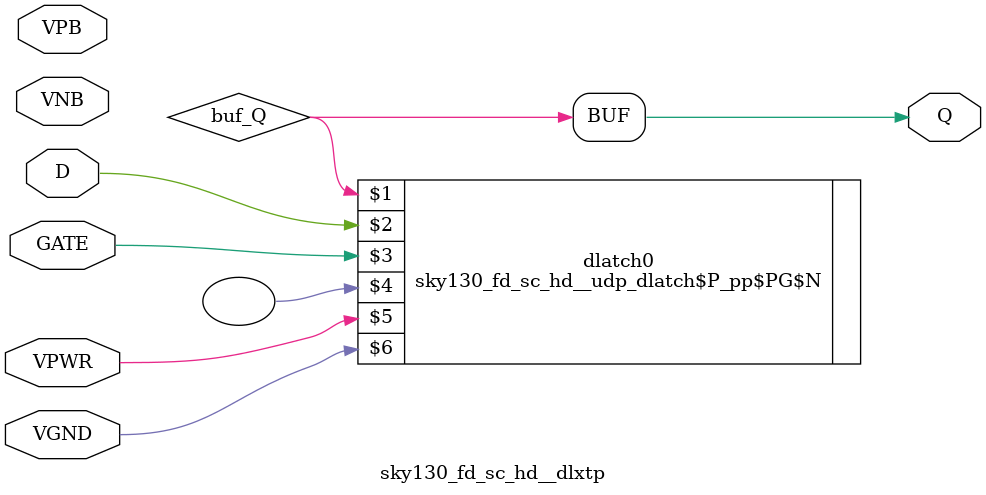
<source format=v>
/*
 * Copyright 2020 The SkyWater PDK Authors
 *
 * Licensed under the Apache License, Version 2.0 (the "License");
 * you may not use this file except in compliance with the License.
 * You may obtain a copy of the License at
 *
 *     https://www.apache.org/licenses/LICENSE-2.0
 *
 * Unless required by applicable law or agreed to in writing, software
 * distributed under the License is distributed on an "AS IS" BASIS,
 * WITHOUT WARRANTIES OR CONDITIONS OF ANY KIND, either express or implied.
 * See the License for the specific language governing permissions and
 * limitations under the License.
 *
 * SPDX-License-Identifier: Apache-2.0
*/


`ifndef SKY130_FD_SC_HD__DLXTP_FUNCTIONAL_PP_V
`define SKY130_FD_SC_HD__DLXTP_FUNCTIONAL_PP_V

/**
 * dlxtp: Delay latch, non-inverted enable, single output.
 *
 * Verilog simulation functional model.
 */

`timescale 1ns / 1ps
`default_nettype none

// Import user defined primitives.
`include "../../models/udp_dlatch_p_pp_pg_n/sky130_fd_sc_hd__udp_dlatch_p_pp_pg_n.v"

`celldefine
module sky130_fd_sc_hd__dlxtp (
    Q   ,
    D   ,
    GATE,
    VPWR,
    VGND,
    VPB ,
    VNB
);

    // Module ports
    output Q   ;
    input  D   ;
    input  GATE;
    input  VPWR;
    input  VGND;
    input  VPB ;
    input  VNB ;

    // Local signals
    wire buf_Q;

    //                                    Name     Output  Other arguments
    sky130_fd_sc_hd__udp_dlatch$P_pp$PG$N dlatch0 (buf_Q , D, GATE, , VPWR, VGND);
    buf                                   buf0    (Q     , buf_Q                );

endmodule
`endcelldefine

`default_nettype wire
`endif  // SKY130_FD_SC_HD__DLXTP_FUNCTIONAL_PP_V

</source>
